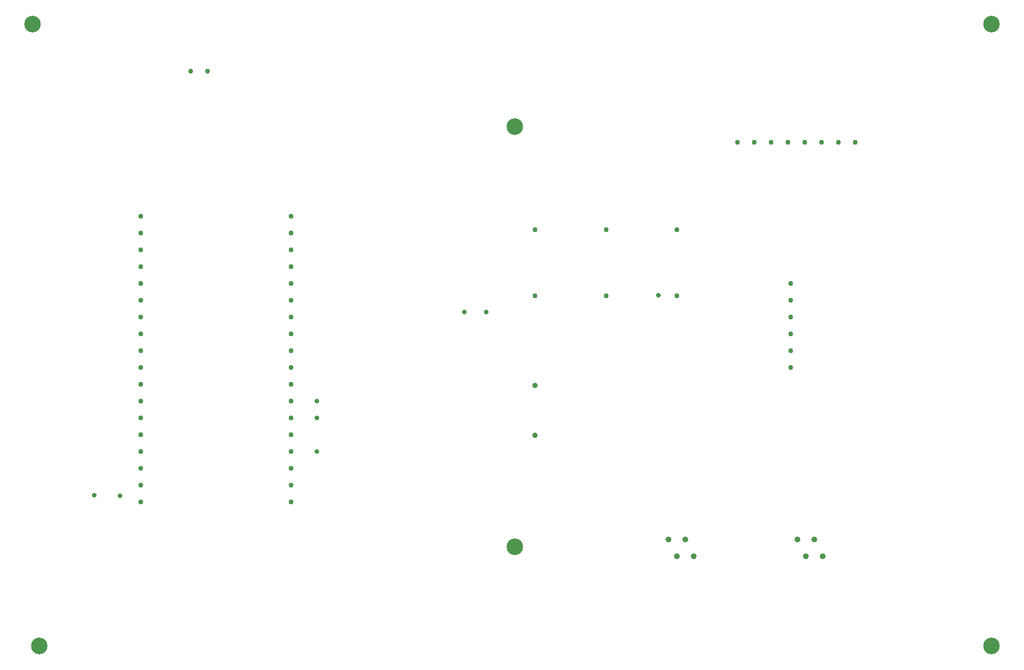
<source format=gbr>
%TF.GenerationSoftware,Altium Limited,Altium Designer,23.10.1 (27)*%
G04 Layer_Color=0*
%FSLAX45Y45*%
%MOMM*%
%TF.SameCoordinates,F6A67EC3-CF4D-4AC4-9858-863E4A550454*%
%TF.FilePolarity,Positive*%
%TF.FileFunction,Plated,1,2,PTH,Drill*%
%TF.Part,Single*%
G01*
G75*
%TA.AperFunction,OtherDrill,Pad Free-PTH6 (76.2mm,19.05mm)*%
%ADD34C,2.50000*%
%TA.AperFunction,OtherDrill,Pad Free-PTH5 (76.2mm,82.55mm)*%
%ADD35C,2.50000*%
%TA.AperFunction,ComponentDrill*%
%ADD36C,0.76200*%
%ADD37C,0.90000*%
%TA.AperFunction,OtherDrill,Pad Free-PTH1 (4.445mm,4.064mm)*%
%ADD38C,2.50000*%
%TA.AperFunction,OtherDrill,Pad Free-PTH2 (3.429mm,98.044mm)*%
%ADD39C,2.50000*%
%TA.AperFunction,OtherDrill,Pad Free-PTH3 (148.209mm,98.044mm)*%
%ADD40C,2.50000*%
%TA.AperFunction,OtherDrill,Pad Free-PTH4 (148.209mm,4.064mm)*%
%ADD41C,2.50000*%
%TA.AperFunction,ComponentDrill*%
%ADD42C,0.75000*%
%ADD43C,0.80000*%
%ADD44C,0.76200*%
%TA.AperFunction,ViaDrill,NotFilled*%
%ADD45C,0.71120*%
D34*
X7620000Y1905000D02*
D03*
D35*
Y8255000D02*
D03*
D36*
X4241800Y6896100D02*
D03*
Y6642100D02*
D03*
Y6388100D02*
D03*
Y6134100D02*
D03*
Y5880100D02*
D03*
Y5626100D02*
D03*
Y5372100D02*
D03*
Y5118100D02*
D03*
Y4864100D02*
D03*
Y4610100D02*
D03*
Y4356100D02*
D03*
Y4102100D02*
D03*
Y3848100D02*
D03*
Y3594100D02*
D03*
Y3340100D02*
D03*
Y3086100D02*
D03*
Y2832100D02*
D03*
Y2578100D02*
D03*
X1978660Y4356100D02*
D03*
Y4610100D02*
D03*
Y4864100D02*
D03*
Y5118100D02*
D03*
Y5372100D02*
D03*
Y5626100D02*
D03*
Y5880100D02*
D03*
Y6134100D02*
D03*
Y6388100D02*
D03*
Y6642100D02*
D03*
Y6896100D02*
D03*
Y4102100D02*
D03*
Y3848100D02*
D03*
Y2578100D02*
D03*
Y3086100D02*
D03*
Y3340100D02*
D03*
Y3594100D02*
D03*
Y2832100D02*
D03*
X10985500Y8013700D02*
D03*
X11239500D02*
D03*
X11493500D02*
D03*
X11747500D02*
D03*
X12001500D02*
D03*
X12255500D02*
D03*
X12509500D02*
D03*
X12763500D02*
D03*
X2984500Y9093200D02*
D03*
X2730500D02*
D03*
D37*
X10325100Y1758100D02*
D03*
X10198100Y2012100D02*
D03*
X10071100Y1758100D02*
D03*
X9944100Y2012100D02*
D03*
X11887200D02*
D03*
X12014200Y1758100D02*
D03*
X12141200Y2012100D02*
D03*
X12268200Y1758100D02*
D03*
D38*
X444500Y406400D02*
D03*
D39*
X342900Y9804400D02*
D03*
D40*
X14820900D02*
D03*
D41*
Y406400D02*
D03*
D42*
X10071100Y6697600D02*
D03*
Y5697600D02*
D03*
X8997950Y6697600D02*
D03*
Y5697600D02*
D03*
X7924800Y6697600D02*
D03*
Y5697600D02*
D03*
D43*
Y3587400D02*
D03*
Y4337400D02*
D03*
D44*
X11785600Y4610100D02*
D03*
Y4864100D02*
D03*
Y5118100D02*
D03*
Y5372100D02*
D03*
Y5626100D02*
D03*
Y5880100D02*
D03*
D45*
X4635500Y3340100D02*
D03*
X9791700Y5702300D02*
D03*
X6858000Y5448300D02*
D03*
X4635500Y4102100D02*
D03*
X1662879Y2676685D02*
D03*
X1270000Y2679700D02*
D03*
X7188200Y5448300D02*
D03*
X4635500Y3848100D02*
D03*
%TF.MD5,05d0f132b34423dc77daffa8dfeb16f8*%
M02*

</source>
